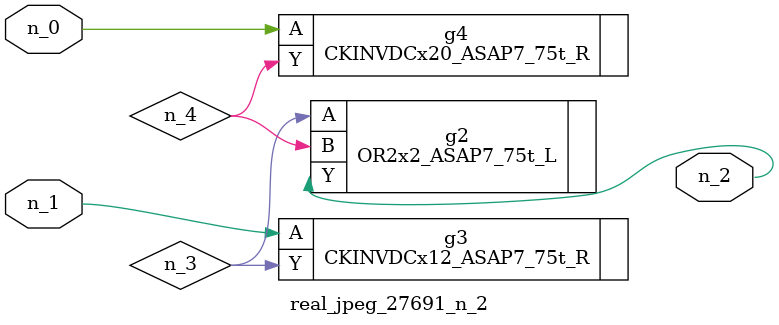
<source format=v>
module real_jpeg_27691_n_2 (n_1, n_0, n_2);

input n_1;
input n_0;

output n_2;

wire n_4;
wire n_3;

CKINVDCx20_ASAP7_75t_R g4 ( 
.A(n_0),
.Y(n_4)
);

CKINVDCx12_ASAP7_75t_R g3 ( 
.A(n_1),
.Y(n_3)
);

OR2x2_ASAP7_75t_L g2 ( 
.A(n_3),
.B(n_4),
.Y(n_2)
);


endmodule
</source>
